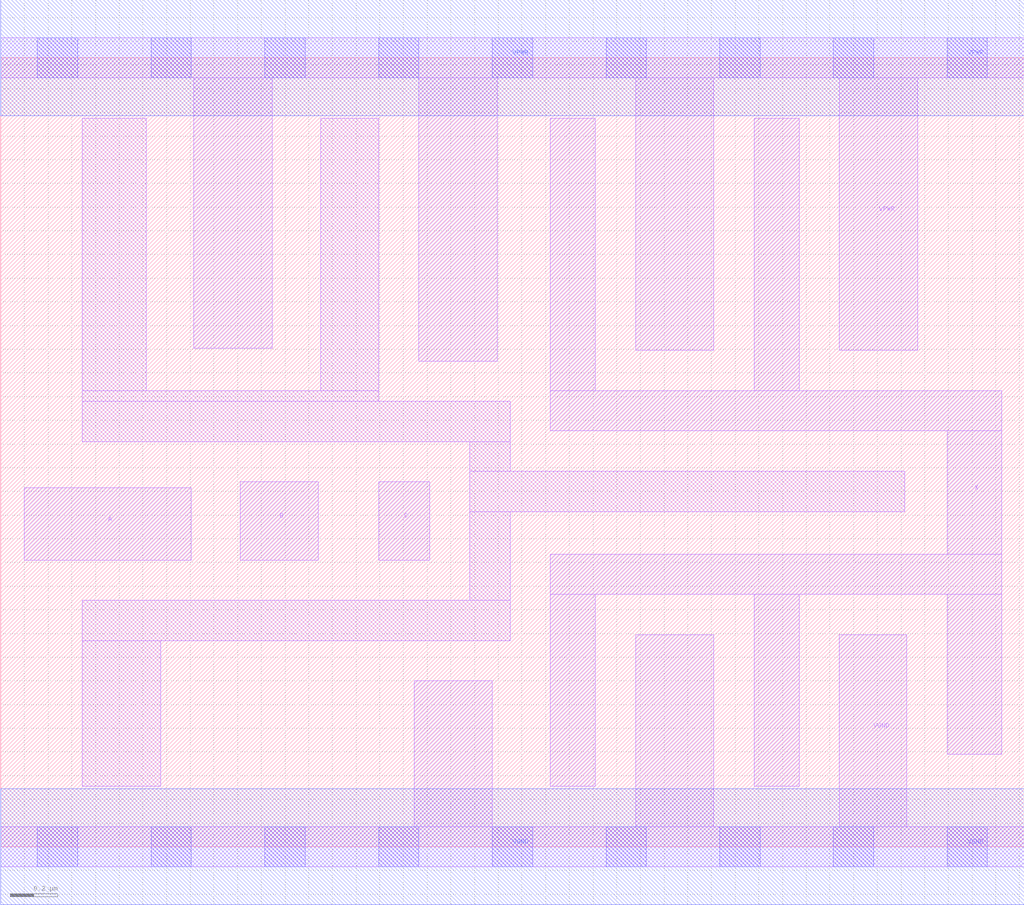
<source format=lef>
# Copyright 2020 The SkyWater PDK Authors
#
# Licensed under the Apache License, Version 2.0 (the "License");
# you may not use this file except in compliance with the License.
# You may obtain a copy of the License at
#
#     https://www.apache.org/licenses/LICENSE-2.0
#
# Unless required by applicable law or agreed to in writing, software
# distributed under the License is distributed on an "AS IS" BASIS,
# WITHOUT WARRANTIES OR CONDITIONS OF ANY KIND, either express or implied.
# See the License for the specific language governing permissions and
# limitations under the License.
#
# SPDX-License-Identifier: Apache-2.0

VERSION 5.7 ;
  NAMESCASESENSITIVE ON ;
  NOWIREEXTENSIONATPIN ON ;
  DIVIDERCHAR "/" ;
  BUSBITCHARS "[]" ;
UNITS
  DATABASE MICRONS 200 ;
END UNITS
MACRO sky130_fd_sc_lp__and3_4
  CLASS CORE ;
  SOURCE USER ;
  FOREIGN sky130_fd_sc_lp__and3_4 ;
  ORIGIN  0.000000  0.000000 ;
  SIZE  4.320000 BY  3.330000 ;
  SYMMETRY X Y R90 ;
  SITE unit ;
  PIN A
    ANTENNAGATEAREA  0.315000 ;
    DIRECTION INPUT ;
    USE SIGNAL ;
    PORT
      LAYER li1 ;
        RECT 0.100000 1.210000 0.805000 1.515000 ;
    END
  END A
  PIN B
    ANTENNAGATEAREA  0.315000 ;
    DIRECTION INPUT ;
    USE SIGNAL ;
    PORT
      LAYER li1 ;
        RECT 1.010000 1.210000 1.340000 1.540000 ;
    END
  END B
  PIN C
    ANTENNAGATEAREA  0.315000 ;
    DIRECTION INPUT ;
    USE SIGNAL ;
    PORT
      LAYER li1 ;
        RECT 1.595000 1.210000 1.810000 1.540000 ;
    END
  END C
  PIN X
    ANTENNADIFFAREA  1.176000 ;
    DIRECTION OUTPUT ;
    USE SIGNAL ;
    PORT
      LAYER li1 ;
        RECT 2.320000 0.255000 2.510000 1.065000 ;
        RECT 2.320000 1.065000 4.225000 1.235000 ;
        RECT 2.320000 1.755000 4.225000 1.925000 ;
        RECT 2.320000 1.925000 2.510000 3.075000 ;
        RECT 3.180000 0.255000 3.370000 1.065000 ;
        RECT 3.180000 1.925000 3.370000 3.075000 ;
        RECT 3.995000 0.390000 4.225000 1.065000 ;
        RECT 3.995000 1.235000 4.225000 1.755000 ;
    END
  END X
  PIN VGND
    DIRECTION INOUT ;
    USE GROUND ;
    PORT
      LAYER li1 ;
        RECT 0.000000 -0.085000 4.320000 0.085000 ;
        RECT 1.745000  0.085000 2.075000 0.700000 ;
        RECT 2.680000  0.085000 3.010000 0.895000 ;
        RECT 3.540000  0.085000 3.825000 0.895000 ;
      LAYER mcon ;
        RECT 0.155000 -0.085000 0.325000 0.085000 ;
        RECT 0.635000 -0.085000 0.805000 0.085000 ;
        RECT 1.115000 -0.085000 1.285000 0.085000 ;
        RECT 1.595000 -0.085000 1.765000 0.085000 ;
        RECT 2.075000 -0.085000 2.245000 0.085000 ;
        RECT 2.555000 -0.085000 2.725000 0.085000 ;
        RECT 3.035000 -0.085000 3.205000 0.085000 ;
        RECT 3.515000 -0.085000 3.685000 0.085000 ;
        RECT 3.995000 -0.085000 4.165000 0.085000 ;
      LAYER met1 ;
        RECT 0.000000 -0.245000 4.320000 0.245000 ;
    END
  END VGND
  PIN VPWR
    DIRECTION INOUT ;
    USE POWER ;
    PORT
      LAYER li1 ;
        RECT 0.000000 3.245000 4.320000 3.415000 ;
        RECT 0.815000 2.105000 1.145000 3.245000 ;
        RECT 1.765000 2.050000 2.095000 3.245000 ;
        RECT 2.680000 2.095000 3.010000 3.245000 ;
        RECT 3.540000 2.095000 3.870000 3.245000 ;
      LAYER mcon ;
        RECT 0.155000 3.245000 0.325000 3.415000 ;
        RECT 0.635000 3.245000 0.805000 3.415000 ;
        RECT 1.115000 3.245000 1.285000 3.415000 ;
        RECT 1.595000 3.245000 1.765000 3.415000 ;
        RECT 2.075000 3.245000 2.245000 3.415000 ;
        RECT 2.555000 3.245000 2.725000 3.415000 ;
        RECT 3.035000 3.245000 3.205000 3.415000 ;
        RECT 3.515000 3.245000 3.685000 3.415000 ;
        RECT 3.995000 3.245000 4.165000 3.415000 ;
      LAYER met1 ;
        RECT 0.000000 3.085000 4.320000 3.575000 ;
    END
  END VPWR
  OBS
    LAYER li1 ;
      RECT 0.345000 0.255000 0.675000 0.870000 ;
      RECT 0.345000 0.870000 2.150000 1.040000 ;
      RECT 0.345000 1.710000 2.150000 1.880000 ;
      RECT 0.345000 1.880000 1.595000 1.925000 ;
      RECT 0.345000 1.925000 0.615000 3.075000 ;
      RECT 1.350000 1.925000 1.595000 3.075000 ;
      RECT 1.980000 1.040000 2.150000 1.415000 ;
      RECT 1.980000 1.415000 3.815000 1.585000 ;
      RECT 1.980000 1.585000 2.150000 1.710000 ;
  END
END sky130_fd_sc_lp__and3_4

</source>
